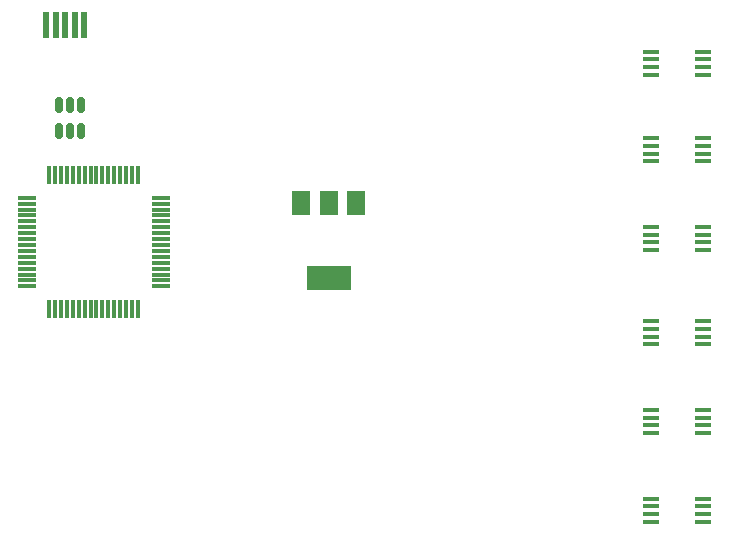
<source format=gbr>
%TF.GenerationSoftware,KiCad,Pcbnew,(6.0.11)*%
%TF.CreationDate,2024-03-05T22:48:33-08:00*%
%TF.ProjectId,bez_controller1v5,62657a5f-636f-46e7-9472-6f6c6c657231,rev?*%
%TF.SameCoordinates,Original*%
%TF.FileFunction,Paste,Top*%
%TF.FilePolarity,Positive*%
%FSLAX46Y46*%
G04 Gerber Fmt 4.6, Leading zero omitted, Abs format (unit mm)*
G04 Created by KiCad (PCBNEW (6.0.11)) date 2024-03-05 22:48:33*
%MOMM*%
%LPD*%
G01*
G04 APERTURE LIST*
G04 Aperture macros list*
%AMRoundRect*
0 Rectangle with rounded corners*
0 $1 Rounding radius*
0 $2 $3 $4 $5 $6 $7 $8 $9 X,Y pos of 4 corners*
0 Add a 4 corners polygon primitive as box body*
4,1,4,$2,$3,$4,$5,$6,$7,$8,$9,$2,$3,0*
0 Add four circle primitives for the rounded corners*
1,1,$1+$1,$2,$3*
1,1,$1+$1,$4,$5*
1,1,$1+$1,$6,$7*
1,1,$1+$1,$8,$9*
0 Add four rect primitives between the rounded corners*
20,1,$1+$1,$2,$3,$4,$5,0*
20,1,$1+$1,$4,$5,$6,$7,0*
20,1,$1+$1,$6,$7,$8,$9,0*
20,1,$1+$1,$8,$9,$2,$3,0*%
G04 Aperture macros list end*
%ADD10R,1.500000X2.000000*%
%ADD11R,3.800000X2.000000*%
%ADD12RoundRect,0.075000X0.075000X-0.700000X0.075000X0.700000X-0.075000X0.700000X-0.075000X-0.700000X0*%
%ADD13RoundRect,0.075000X0.700000X-0.075000X0.700000X0.075000X-0.700000X0.075000X-0.700000X-0.075000X0*%
%ADD14R,1.450000X0.450000*%
%ADD15RoundRect,0.150000X0.150000X-0.512500X0.150000X0.512500X-0.150000X0.512500X-0.150000X-0.512500X0*%
%ADD16R,0.500000X2.250000*%
G04 APERTURE END LIST*
D10*
%TO.C,U9*%
X65800000Y-42850000D03*
X63500000Y-42850000D03*
D11*
X63500000Y-49150000D03*
D10*
X61200000Y-42850000D03*
%TD*%
D12*
%TO.C,U11*%
X39850000Y-51812500D03*
X40350000Y-51812500D03*
X40850000Y-51812500D03*
X41350000Y-51812500D03*
X41850000Y-51812500D03*
X42350000Y-51812500D03*
X42850000Y-51812500D03*
X43350000Y-51812500D03*
X43850000Y-51812500D03*
X44350000Y-51812500D03*
X44850000Y-51812500D03*
X45350000Y-51812500D03*
X45850000Y-51812500D03*
X46350000Y-51812500D03*
X46850000Y-51812500D03*
X47350000Y-51812500D03*
D13*
X49275000Y-49887500D03*
X49275000Y-49387500D03*
X49275000Y-48887500D03*
X49275000Y-48387500D03*
X49275000Y-47887500D03*
X49275000Y-47387500D03*
X49275000Y-46887500D03*
X49275000Y-46387500D03*
X49275000Y-45887500D03*
X49275000Y-45387500D03*
X49275000Y-44887500D03*
X49275000Y-44387500D03*
X49275000Y-43887500D03*
X49275000Y-43387500D03*
X49275000Y-42887500D03*
X49275000Y-42387500D03*
D12*
X47350000Y-40462500D03*
X46850000Y-40462500D03*
X46350000Y-40462500D03*
X45850000Y-40462500D03*
X45350000Y-40462500D03*
X44850000Y-40462500D03*
X44350000Y-40462500D03*
X43850000Y-40462500D03*
X43350000Y-40462500D03*
X42850000Y-40462500D03*
X42350000Y-40462500D03*
X41850000Y-40462500D03*
X41350000Y-40462500D03*
X40850000Y-40462500D03*
X40350000Y-40462500D03*
X39850000Y-40462500D03*
D13*
X37925000Y-42387500D03*
X37925000Y-42887500D03*
X37925000Y-43387500D03*
X37925000Y-43887500D03*
X37925000Y-44387500D03*
X37925000Y-44887500D03*
X37925000Y-45387500D03*
X37925000Y-45887500D03*
X37925000Y-46387500D03*
X37925000Y-46887500D03*
X37925000Y-47387500D03*
X37925000Y-47887500D03*
X37925000Y-48387500D03*
X37925000Y-48887500D03*
X37925000Y-49387500D03*
X37925000Y-49887500D03*
%TD*%
D14*
%TO.C,U4*%
X95200000Y-46800000D03*
X95200000Y-46150000D03*
X95200000Y-45500000D03*
X95200000Y-44850000D03*
X90800000Y-44850000D03*
X90800000Y-45500000D03*
X90800000Y-46150000D03*
X90800000Y-46800000D03*
%TD*%
%TO.C,U2*%
X95200000Y-62300000D03*
X95200000Y-61650000D03*
X95200000Y-61000000D03*
X95200000Y-60350000D03*
X90800000Y-60350000D03*
X90800000Y-61000000D03*
X90800000Y-61650000D03*
X90800000Y-62300000D03*
%TD*%
D15*
%TO.C,U10*%
X40650000Y-36775000D03*
X41600000Y-36775000D03*
X42550000Y-36775000D03*
X42550000Y-34500000D03*
X41600000Y-34500000D03*
X40650000Y-34500000D03*
%TD*%
D14*
%TO.C,U6*%
X95200000Y-31975000D03*
X95200000Y-31325000D03*
X95200000Y-30675000D03*
X95200000Y-30025000D03*
X90800000Y-30025000D03*
X90800000Y-30675000D03*
X90800000Y-31325000D03*
X90800000Y-31975000D03*
%TD*%
%TO.C,U1*%
X95200000Y-69800000D03*
X95200000Y-69150000D03*
X95200000Y-68500000D03*
X95200000Y-67850000D03*
X90800000Y-67850000D03*
X90800000Y-68500000D03*
X90800000Y-69150000D03*
X90800000Y-69800000D03*
%TD*%
D16*
%TO.C,J12*%
X42800000Y-27800000D03*
X42000000Y-27800000D03*
X41200000Y-27800000D03*
X40400000Y-27800000D03*
X39600000Y-27800000D03*
%TD*%
D14*
%TO.C,U5*%
X95200000Y-39300000D03*
X95200000Y-38650000D03*
X95200000Y-38000000D03*
X95200000Y-37350000D03*
X90800000Y-37350000D03*
X90800000Y-38000000D03*
X90800000Y-38650000D03*
X90800000Y-39300000D03*
%TD*%
%TO.C,U3*%
X95200000Y-54800000D03*
X95200000Y-54150000D03*
X95200000Y-53500000D03*
X95200000Y-52850000D03*
X90800000Y-52850000D03*
X90800000Y-53500000D03*
X90800000Y-54150000D03*
X90800000Y-54800000D03*
%TD*%
M02*

</source>
